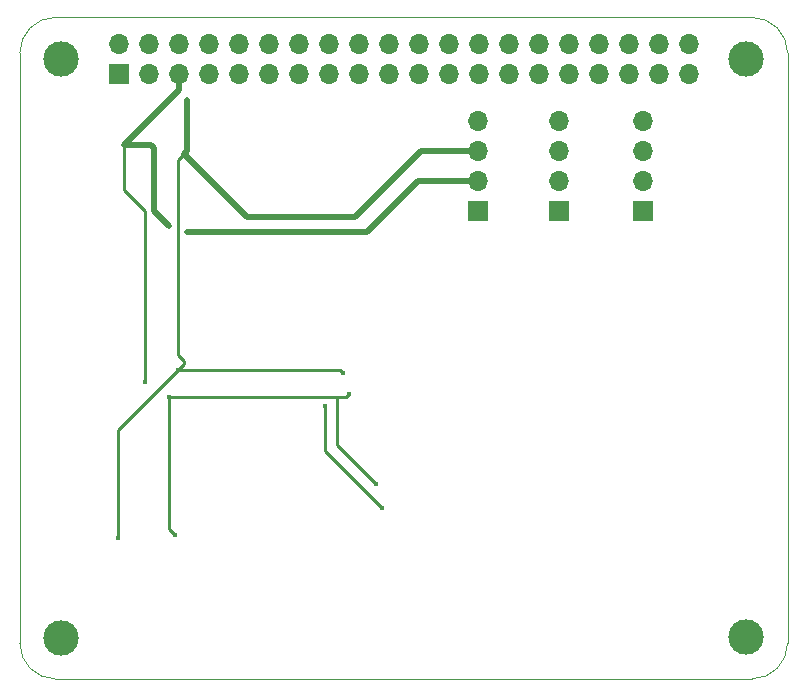
<source format=gbr>
G04 #@! TF.GenerationSoftware,KiCad,Pcbnew,(6.0.4)*
G04 #@! TF.CreationDate,2022-07-17T15:07:22+02:00*
G04 #@! TF.ProjectId,EDU_V2_Hat,4544555f-5632-45f4-9861-742e6b696361,rev?*
G04 #@! TF.SameCoordinates,Original*
G04 #@! TF.FileFunction,Copper,L4,Bot*
G04 #@! TF.FilePolarity,Positive*
%FSLAX46Y46*%
G04 Gerber Fmt 4.6, Leading zero omitted, Abs format (unit mm)*
G04 Created by KiCad (PCBNEW (6.0.4)) date 2022-07-17 15:07:22*
%MOMM*%
%LPD*%
G01*
G04 APERTURE LIST*
G04 #@! TA.AperFunction,Profile*
%ADD10C,0.100000*%
G04 #@! TD*
G04 #@! TA.AperFunction,WasherPad*
%ADD11C,3.000000*%
G04 #@! TD*
G04 #@! TA.AperFunction,ComponentPad*
%ADD12R,1.700000X1.700000*%
G04 #@! TD*
G04 #@! TA.AperFunction,ComponentPad*
%ADD13O,1.700000X1.700000*%
G04 #@! TD*
G04 #@! TA.AperFunction,ViaPad*
%ADD14C,0.400000*%
G04 #@! TD*
G04 #@! TA.AperFunction,Conductor*
%ADD15C,0.500000*%
G04 #@! TD*
G04 #@! TA.AperFunction,Conductor*
%ADD16C,0.250000*%
G04 #@! TD*
G04 APERTURE END LIST*
D10*
X143546356Y-113817611D02*
X143546356Y-63817611D01*
X78546356Y-63817611D02*
X78546356Y-113817611D01*
X140546356Y-116817556D02*
G75*
G03*
X143546351Y-113822847I44J2999956D01*
G01*
X140546356Y-60817611D02*
X81546356Y-60817611D01*
X81546356Y-116817611D02*
X140546356Y-116817611D01*
X143546389Y-63817611D02*
G75*
G03*
X140546356Y-60817611I-2999989J11D01*
G01*
X81546356Y-60817556D02*
G75*
G03*
X78546356Y-63817611I44J-3000044D01*
G01*
X78546389Y-113817611D02*
G75*
G03*
X81546356Y-116817611I3000011J11D01*
G01*
D11*
X82040000Y-64310000D03*
X140040000Y-64330000D03*
X82040000Y-113320000D03*
X140030000Y-113310000D03*
D12*
X117358000Y-77226000D03*
D13*
X117358000Y-74686000D03*
X117358000Y-72146000D03*
X117358000Y-69606000D03*
D12*
X131328000Y-77236000D03*
D13*
X131328000Y-74696000D03*
X131328000Y-72156000D03*
X131328000Y-69616000D03*
D12*
X124216000Y-77226000D03*
D13*
X124216000Y-74686000D03*
X124216000Y-72146000D03*
X124216000Y-69606000D03*
D12*
X86920000Y-65590000D03*
D13*
X86920000Y-63050000D03*
X89460000Y-65590000D03*
X89460000Y-63050000D03*
X92000000Y-65590000D03*
X92000000Y-63050000D03*
X94540000Y-65590000D03*
X94540000Y-63050000D03*
X97080000Y-65590000D03*
X97080000Y-63050000D03*
X99620000Y-65590000D03*
X99620000Y-63050000D03*
X102160000Y-65590000D03*
X102160000Y-63050000D03*
X104700000Y-65590000D03*
X104700000Y-63050000D03*
X107240000Y-65590000D03*
X107240000Y-63050000D03*
X109780000Y-65590000D03*
X109780000Y-63050000D03*
X112320000Y-65590000D03*
X112320000Y-63050000D03*
X114860000Y-65590000D03*
X114860000Y-63050000D03*
X117400000Y-65590000D03*
X117400000Y-63050000D03*
X119940000Y-65590000D03*
X119940000Y-63050000D03*
X122480000Y-65590000D03*
X122480000Y-63050000D03*
X125020000Y-65590000D03*
X125020000Y-63050000D03*
X127560000Y-65590000D03*
X127560000Y-63050000D03*
X130100000Y-65590000D03*
X130100000Y-63050000D03*
X132640000Y-65590000D03*
X132640000Y-63050000D03*
X135180000Y-65590000D03*
X135180000Y-63050000D03*
D14*
X86868000Y-104902000D03*
X105918000Y-90932000D03*
X104394000Y-93726000D03*
X109220000Y-102362000D03*
X92456000Y-72390000D03*
X91948000Y-90678000D03*
X92710000Y-67818000D03*
X87376000Y-71628000D03*
X91694000Y-104648000D03*
X91186000Y-92964000D03*
X92710000Y-78994000D03*
X106426000Y-92710000D03*
X89154000Y-91694000D03*
X91186000Y-78486000D03*
X108712000Y-100330000D03*
D15*
X117348000Y-74676000D02*
X117358000Y-74686000D01*
X112268000Y-74676000D02*
X117348000Y-74676000D01*
X107950000Y-78994000D02*
X112268000Y-74676000D01*
X92710000Y-78994000D02*
X107950000Y-78994000D01*
X112512000Y-72146000D02*
X117358000Y-72146000D01*
X106944000Y-77714000D02*
X112512000Y-72146000D01*
X92456000Y-72390000D02*
X97780000Y-77714000D01*
X97780000Y-77714000D02*
X106944000Y-77714000D01*
D16*
X91948000Y-72898000D02*
X92456000Y-72390000D01*
X91948000Y-90678000D02*
X105664000Y-90678000D01*
D15*
X92710000Y-67818000D02*
X92710000Y-72136000D01*
D16*
X91948000Y-90678000D02*
X86868000Y-95758000D01*
X92456000Y-89916000D02*
X91948000Y-89408000D01*
X105664000Y-90678000D02*
X105918000Y-90932000D01*
X91948000Y-90678000D02*
X92456000Y-90170000D01*
X104394000Y-97536000D02*
X109220000Y-102362000D01*
X86868000Y-95758000D02*
X86868000Y-104902000D01*
X104394000Y-93726000D02*
X104394000Y-97536000D01*
X91948000Y-89408000D02*
X91948000Y-72898000D01*
X92456000Y-90170000D02*
X92456000Y-89916000D01*
D15*
X92710000Y-72136000D02*
X92456000Y-72390000D01*
X89662000Y-71628000D02*
X87376000Y-71628000D01*
X89916000Y-71882000D02*
X89662000Y-71628000D01*
D16*
X105410000Y-92964000D02*
X106172000Y-92964000D01*
X105410000Y-92964000D02*
X105410000Y-97028000D01*
X91186000Y-92964000D02*
X105410000Y-92964000D01*
X105410000Y-97028000D02*
X108712000Y-100330000D01*
D15*
X91186000Y-78486000D02*
X89916000Y-77216000D01*
D16*
X89154000Y-91694000D02*
X89154000Y-77216000D01*
D15*
X89916000Y-77216000D02*
X89916000Y-71882000D01*
D16*
X87376000Y-75438000D02*
X87376000Y-71628000D01*
X91186000Y-104140000D02*
X91694000Y-104648000D01*
D15*
X92000000Y-65590000D02*
X92000000Y-67004000D01*
X92000000Y-67004000D02*
X87376000Y-71628000D01*
D16*
X106172000Y-92964000D02*
X106426000Y-92710000D01*
X91186000Y-92964000D02*
X91186000Y-104140000D01*
X89154000Y-77216000D02*
X87376000Y-75438000D01*
M02*

</source>
